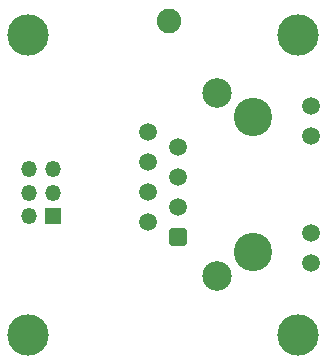
<source format=gbr>
%TF.GenerationSoftware,KiCad,Pcbnew,(6.0.9)*%
%TF.CreationDate,2023-02-20T13:31:34+11:00*%
%TF.ProjectId,PHY,5048592e-6b69-4636-9164-5f7063625858,rev?*%
%TF.SameCoordinates,Original*%
%TF.FileFunction,Soldermask,Bot*%
%TF.FilePolarity,Negative*%
%FSLAX46Y46*%
G04 Gerber Fmt 4.6, Leading zero omitted, Abs format (unit mm)*
G04 Created by KiCad (PCBNEW (6.0.9)) date 2023-02-20 13:31:34*
%MOMM*%
%LPD*%
G01*
G04 APERTURE LIST*
G04 Aperture macros list*
%AMRoundRect*
0 Rectangle with rounded corners*
0 $1 Rounding radius*
0 $2 $3 $4 $5 $6 $7 $8 $9 X,Y pos of 4 corners*
0 Add a 4 corners polygon primitive as box body*
4,1,4,$2,$3,$4,$5,$6,$7,$8,$9,$2,$3,0*
0 Add four circle primitives for the rounded corners*
1,1,$1+$1,$2,$3*
1,1,$1+$1,$4,$5*
1,1,$1+$1,$6,$7*
1,1,$1+$1,$8,$9*
0 Add four rect primitives between the rounded corners*
20,1,$1+$1,$2,$3,$4,$5,0*
20,1,$1+$1,$4,$5,$6,$7,0*
20,1,$1+$1,$6,$7,$8,$9,0*
20,1,$1+$1,$8,$9,$2,$3,0*%
G04 Aperture macros list end*
%ADD10C,2.082800*%
%ADD11R,1.350000X1.350000*%
%ADD12O,1.350000X1.350000*%
%ADD13C,3.500001*%
%ADD14C,2.500000*%
%ADD15C,1.500000*%
%ADD16RoundRect,0.250500X0.499500X-0.499500X0.499500X0.499500X-0.499500X0.499500X-0.499500X-0.499500X0*%
%ADD17C,3.250000*%
G04 APERTURE END LIST*
D10*
%TO.C,J3*%
X123621800Y-73761600D03*
%TD*%
D11*
%TO.C,J1*%
X113801400Y-90315800D03*
D12*
X111801400Y-90315800D03*
X113801400Y-88315800D03*
X111801400Y-88315800D03*
X113801400Y-86315800D03*
X111801400Y-86315800D03*
%TD*%
D13*
%TO.C,H4*%
X111760000Y-74930000D03*
%TD*%
%TO.C,H3*%
X111760000Y-100330000D03*
%TD*%
D14*
%TO.C,J2*%
X127750000Y-95380000D03*
X127750000Y-79890000D03*
D15*
X135700000Y-81010000D03*
X135700000Y-83550000D03*
X135700000Y-91720000D03*
X135700000Y-94260000D03*
X121900000Y-83195000D03*
X124440000Y-84455000D03*
X121900000Y-85735000D03*
X124440000Y-86995000D03*
X121900000Y-88275000D03*
X124440000Y-89535000D03*
X121900000Y-90815000D03*
D16*
X124440000Y-92075000D03*
D17*
X130800000Y-93350000D03*
X130800000Y-81920000D03*
%TD*%
D13*
%TO.C,H2*%
X134620000Y-100330000D03*
%TD*%
%TO.C,H1*%
X134620000Y-74930000D03*
%TD*%
M02*

</source>
